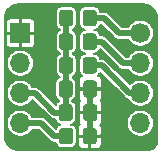
<source format=gbr>
%TF.GenerationSoftware,KiCad,Pcbnew,(5.1.10)-1*%
%TF.CreationDate,2021-11-22T19:14:46+01:00*%
%TF.ProjectId,Adapter-VCNL4200,41646170-7465-4722-9d56-434e4c343230,rev?*%
%TF.SameCoordinates,Original*%
%TF.FileFunction,Copper,L2,Bot*%
%TF.FilePolarity,Positive*%
%FSLAX46Y46*%
G04 Gerber Fmt 4.6, Leading zero omitted, Abs format (unit mm)*
G04 Created by KiCad (PCBNEW (5.1.10)-1) date 2021-11-22 19:14:46*
%MOMM*%
%LPD*%
G01*
G04 APERTURE LIST*
%TA.AperFunction,ComponentPad*%
%ADD10O,1.700000X1.700000*%
%TD*%
%TA.AperFunction,ComponentPad*%
%ADD11C,1.700000*%
%TD*%
%TA.AperFunction,ComponentPad*%
%ADD12R,1.700000X1.700000*%
%TD*%
%TA.AperFunction,Conductor*%
%ADD13C,0.500000*%
%TD*%
%TA.AperFunction,Conductor*%
%ADD14C,0.200000*%
%TD*%
%TA.AperFunction,Conductor*%
%ADD15C,0.100000*%
%TD*%
G04 APERTURE END LIST*
%TO.P,R4,2*%
%TO.N,GND*%
%TA.AperFunction,SMDPad,CuDef*%
G36*
G01*
X156400000Y-137450001D02*
X156400000Y-136549999D01*
G75*
G02*
X156649999Y-136300000I249999J0D01*
G01*
X157350001Y-136300000D01*
G75*
G02*
X157600000Y-136549999I0J-249999D01*
G01*
X157600000Y-137450001D01*
G75*
G02*
X157350001Y-137700000I-249999J0D01*
G01*
X156649999Y-137700000D01*
G75*
G02*
X156400000Y-137450001I0J249999D01*
G01*
G37*
%TD.AperFunction*%
%TO.P,R4,1*%
%TO.N,/LED-*%
%TA.AperFunction,SMDPad,CuDef*%
G36*
G01*
X154400000Y-137450001D02*
X154400000Y-136549999D01*
G75*
G02*
X154649999Y-136300000I249999J0D01*
G01*
X155350001Y-136300000D01*
G75*
G02*
X155600000Y-136549999I0J-249999D01*
G01*
X155600000Y-137450001D01*
G75*
G02*
X155350001Y-137700000I-249999J0D01*
G01*
X154649999Y-137700000D01*
G75*
G02*
X154400000Y-137450001I0J249999D01*
G01*
G37*
%TD.AperFunction*%
%TD*%
%TO.P,R3,2*%
%TO.N,/INT*%
%TA.AperFunction,SMDPad,CuDef*%
G36*
G01*
X156400000Y-131450001D02*
X156400000Y-130549999D01*
G75*
G02*
X156649999Y-130300000I249999J0D01*
G01*
X157350001Y-130300000D01*
G75*
G02*
X157600000Y-130549999I0J-249999D01*
G01*
X157600000Y-131450001D01*
G75*
G02*
X157350001Y-131700000I-249999J0D01*
G01*
X156649999Y-131700000D01*
G75*
G02*
X156400000Y-131450001I0J249999D01*
G01*
G37*
%TD.AperFunction*%
%TO.P,R3,1*%
%TO.N,VCC*%
%TA.AperFunction,SMDPad,CuDef*%
G36*
G01*
X154400000Y-131450001D02*
X154400000Y-130549999D01*
G75*
G02*
X154649999Y-130300000I249999J0D01*
G01*
X155350001Y-130300000D01*
G75*
G02*
X155600000Y-130549999I0J-249999D01*
G01*
X155600000Y-131450001D01*
G75*
G02*
X155350001Y-131700000I-249999J0D01*
G01*
X154649999Y-131700000D01*
G75*
G02*
X154400000Y-131450001I0J249999D01*
G01*
G37*
%TD.AperFunction*%
%TD*%
%TO.P,R2,2*%
%TO.N,/SDAT*%
%TA.AperFunction,SMDPad,CuDef*%
G36*
G01*
X156400000Y-129450001D02*
X156400000Y-128549999D01*
G75*
G02*
X156649999Y-128300000I249999J0D01*
G01*
X157350001Y-128300000D01*
G75*
G02*
X157600000Y-128549999I0J-249999D01*
G01*
X157600000Y-129450001D01*
G75*
G02*
X157350001Y-129700000I-249999J0D01*
G01*
X156649999Y-129700000D01*
G75*
G02*
X156400000Y-129450001I0J249999D01*
G01*
G37*
%TD.AperFunction*%
%TO.P,R2,1*%
%TO.N,VCC*%
%TA.AperFunction,SMDPad,CuDef*%
G36*
G01*
X154400000Y-129450001D02*
X154400000Y-128549999D01*
G75*
G02*
X154649999Y-128300000I249999J0D01*
G01*
X155350001Y-128300000D01*
G75*
G02*
X155600000Y-128549999I0J-249999D01*
G01*
X155600000Y-129450001D01*
G75*
G02*
X155350001Y-129700000I-249999J0D01*
G01*
X154649999Y-129700000D01*
G75*
G02*
X154400000Y-129450001I0J249999D01*
G01*
G37*
%TD.AperFunction*%
%TD*%
%TO.P,R1,2*%
%TO.N,/SCLK*%
%TA.AperFunction,SMDPad,CuDef*%
G36*
G01*
X156400000Y-127450001D02*
X156400000Y-126549999D01*
G75*
G02*
X156649999Y-126300000I249999J0D01*
G01*
X157350001Y-126300000D01*
G75*
G02*
X157600000Y-126549999I0J-249999D01*
G01*
X157600000Y-127450001D01*
G75*
G02*
X157350001Y-127700000I-249999J0D01*
G01*
X156649999Y-127700000D01*
G75*
G02*
X156400000Y-127450001I0J249999D01*
G01*
G37*
%TD.AperFunction*%
%TO.P,R1,1*%
%TO.N,VCC*%
%TA.AperFunction,SMDPad,CuDef*%
G36*
G01*
X154400000Y-127450001D02*
X154400000Y-126549999D01*
G75*
G02*
X154649999Y-126300000I249999J0D01*
G01*
X155350001Y-126300000D01*
G75*
G02*
X155600000Y-126549999I0J-249999D01*
G01*
X155600000Y-127450001D01*
G75*
G02*
X155350001Y-127700000I-249999J0D01*
G01*
X154649999Y-127700000D01*
G75*
G02*
X154400000Y-127450001I0J249999D01*
G01*
G37*
%TD.AperFunction*%
%TD*%
D10*
%TO.P,J2,4*%
%TO.N,/LED+*%
X161290000Y-135890000D03*
%TO.P,J2,3*%
%TO.N,/INT*%
X161290000Y-133350000D03*
%TO.P,J2,2*%
%TO.N,/SDAT*%
X161290000Y-130810000D03*
D11*
%TO.P,J2,1*%
%TO.N,/SCLK*%
X161290000Y-128270000D03*
%TD*%
D10*
%TO.P,J1,4*%
%TO.N,/LED-*%
X151130000Y-135890000D03*
%TO.P,J1,3*%
%TO.N,VCC*%
X151130000Y-133350000D03*
%TO.P,J1,2*%
%TO.N,/LED_CATHODE*%
X151130000Y-130810000D03*
D12*
%TO.P,J1,1*%
%TO.N,GND*%
X151130000Y-128270000D03*
%TD*%
%TO.P,C2,2*%
%TO.N,GND*%
%TA.AperFunction,SMDPad,CuDef*%
G36*
G01*
X156450000Y-133475000D02*
X156450000Y-132525000D01*
G75*
G02*
X156700000Y-132275000I250000J0D01*
G01*
X157375000Y-132275000D01*
G75*
G02*
X157625000Y-132525000I0J-250000D01*
G01*
X157625000Y-133475000D01*
G75*
G02*
X157375000Y-133725000I-250000J0D01*
G01*
X156700000Y-133725000D01*
G75*
G02*
X156450000Y-133475000I0J250000D01*
G01*
G37*
%TD.AperFunction*%
%TO.P,C2,1*%
%TO.N,VCC*%
%TA.AperFunction,SMDPad,CuDef*%
G36*
G01*
X154375000Y-133475000D02*
X154375000Y-132525000D01*
G75*
G02*
X154625000Y-132275000I250000J0D01*
G01*
X155300000Y-132275000D01*
G75*
G02*
X155550000Y-132525000I0J-250000D01*
G01*
X155550000Y-133475000D01*
G75*
G02*
X155300000Y-133725000I-250000J0D01*
G01*
X154625000Y-133725000D01*
G75*
G02*
X154375000Y-133475000I0J250000D01*
G01*
G37*
%TD.AperFunction*%
%TD*%
%TO.P,C1,2*%
%TO.N,GND*%
%TA.AperFunction,SMDPad,CuDef*%
G36*
G01*
X156450000Y-135475000D02*
X156450000Y-134525000D01*
G75*
G02*
X156700000Y-134275000I250000J0D01*
G01*
X157375000Y-134275000D01*
G75*
G02*
X157625000Y-134525000I0J-250000D01*
G01*
X157625000Y-135475000D01*
G75*
G02*
X157375000Y-135725000I-250000J0D01*
G01*
X156700000Y-135725000D01*
G75*
G02*
X156450000Y-135475000I0J250000D01*
G01*
G37*
%TD.AperFunction*%
%TO.P,C1,1*%
%TO.N,VCC*%
%TA.AperFunction,SMDPad,CuDef*%
G36*
G01*
X154375000Y-135475000D02*
X154375000Y-134525000D01*
G75*
G02*
X154625000Y-134275000I250000J0D01*
G01*
X155300000Y-134275000D01*
G75*
G02*
X155550000Y-134525000I0J-250000D01*
G01*
X155550000Y-135475000D01*
G75*
G02*
X155300000Y-135725000I-250000J0D01*
G01*
X154625000Y-135725000D01*
G75*
G02*
X154375000Y-135475000I0J250000D01*
G01*
G37*
%TD.AperFunction*%
%TD*%
D13*
%TO.N,GND*%
X157037500Y-136962500D02*
X157000000Y-137000000D01*
X157037500Y-133000000D02*
X157037500Y-136962500D01*
%TO.N,VCC*%
X154962500Y-135000000D02*
X154962500Y-133000000D01*
X155000000Y-132962500D02*
X154962500Y-133000000D01*
X155000000Y-131000000D02*
X155000000Y-132962500D01*
X155000000Y-129000000D02*
X155000000Y-131000000D01*
X155000000Y-129000000D02*
X155000000Y-127000000D01*
X151130000Y-133350000D02*
X152350000Y-133350000D01*
X152350000Y-133350000D02*
X154000000Y-135000000D01*
X154000000Y-135000000D02*
X154962500Y-135000000D01*
%TO.N,/INT*%
X160350000Y-133350000D02*
X161290000Y-133350000D01*
X158000000Y-131000000D02*
X160350000Y-133350000D01*
X157000000Y-131000000D02*
X158000000Y-131000000D01*
%TO.N,/SDAT*%
X157000000Y-129000000D02*
X158000000Y-129000000D01*
X159810000Y-130810000D02*
X161290000Y-130810000D01*
X158000000Y-129000000D02*
X159810000Y-130810000D01*
%TO.N,/SCLK*%
X157000000Y-127000000D02*
X158200000Y-127000000D01*
X159470000Y-128270000D02*
X161290000Y-128270000D01*
X158200000Y-127000000D02*
X159470000Y-128270000D01*
%TO.N,/LED-*%
X151130000Y-135890000D02*
X152890000Y-135890000D01*
X152890000Y-135890000D02*
X154000000Y-137000000D01*
X155000000Y-137000000D02*
X154000000Y-137000000D01*
%TD*%
D14*
%TO.N,GND*%
X161727922Y-125848906D02*
X161947165Y-125915100D01*
X162149370Y-126022614D01*
X162326847Y-126167361D01*
X162472829Y-126343824D01*
X162581754Y-126545276D01*
X162649474Y-126764047D01*
X162675000Y-127006915D01*
X162675001Y-137484094D01*
X162660616Y-137630805D01*
X162622627Y-137756629D01*
X162560924Y-137872675D01*
X162477853Y-137974531D01*
X162376586Y-138058307D01*
X162260973Y-138120819D01*
X162135410Y-138159687D01*
X161989716Y-138175000D01*
X151015896Y-138175000D01*
X150772078Y-138151094D01*
X150552834Y-138084900D01*
X150350630Y-137977386D01*
X150173153Y-137832639D01*
X150027170Y-137656176D01*
X149918247Y-137454727D01*
X149850526Y-137235958D01*
X149825000Y-136993085D01*
X149825000Y-133236735D01*
X149980000Y-133236735D01*
X149980000Y-133463265D01*
X150024194Y-133685443D01*
X150110884Y-133894729D01*
X150236737Y-134083082D01*
X150396918Y-134243263D01*
X150585271Y-134369116D01*
X150794557Y-134455806D01*
X151016735Y-134500000D01*
X151243265Y-134500000D01*
X151465443Y-134455806D01*
X151674729Y-134369116D01*
X151863082Y-134243263D01*
X152023263Y-134083082D01*
X152136217Y-133914034D01*
X153591992Y-135369810D01*
X153609210Y-135390790D01*
X153630190Y-135408008D01*
X153630195Y-135408013D01*
X153682097Y-135450607D01*
X153692958Y-135459521D01*
X153788506Y-135510592D01*
X153892181Y-135542042D01*
X153972982Y-135550000D01*
X153972991Y-135550000D01*
X153999999Y-135552660D01*
X154027007Y-135550000D01*
X154080936Y-135550000D01*
X154084145Y-135582583D01*
X154115526Y-135686031D01*
X154166485Y-135781370D01*
X154235065Y-135864935D01*
X154318630Y-135933515D01*
X154413969Y-135984474D01*
X154517417Y-136015855D01*
X154519591Y-136016069D01*
X154438968Y-136040526D01*
X154343630Y-136091485D01*
X154260065Y-136160065D01*
X154191485Y-136243630D01*
X154140526Y-136338968D01*
X154135001Y-136357183D01*
X153298013Y-135520196D01*
X153280790Y-135499210D01*
X153197042Y-135430479D01*
X153101494Y-135379408D01*
X152997819Y-135347958D01*
X152917018Y-135340000D01*
X152917008Y-135340000D01*
X152890000Y-135337340D01*
X152862992Y-135340000D01*
X152145594Y-135340000D01*
X152023263Y-135156918D01*
X151863082Y-134996737D01*
X151674729Y-134870884D01*
X151465443Y-134784194D01*
X151243265Y-134740000D01*
X151016735Y-134740000D01*
X150794557Y-134784194D01*
X150585271Y-134870884D01*
X150396918Y-134996737D01*
X150236737Y-135156918D01*
X150110884Y-135345271D01*
X150024194Y-135554557D01*
X149980000Y-135776735D01*
X149980000Y-136003265D01*
X150024194Y-136225443D01*
X150110884Y-136434729D01*
X150236737Y-136623082D01*
X150396918Y-136783263D01*
X150585271Y-136909116D01*
X150794557Y-136995806D01*
X151016735Y-137040000D01*
X151243265Y-137040000D01*
X151465443Y-136995806D01*
X151674729Y-136909116D01*
X151863082Y-136783263D01*
X152023263Y-136623082D01*
X152145594Y-136440000D01*
X152662183Y-136440000D01*
X153591992Y-137369810D01*
X153609210Y-137390790D01*
X153630190Y-137408008D01*
X153630195Y-137408013D01*
X153692957Y-137459521D01*
X153709356Y-137468286D01*
X153788506Y-137510592D01*
X153892181Y-137542042D01*
X153972982Y-137550000D01*
X153972991Y-137550000D01*
X153999999Y-137552660D01*
X154027007Y-137550000D01*
X154108398Y-137550000D01*
X154109145Y-137557584D01*
X154140526Y-137661032D01*
X154191485Y-137756370D01*
X154260065Y-137839935D01*
X154343630Y-137908515D01*
X154438968Y-137959474D01*
X154542416Y-137990855D01*
X154649999Y-138001451D01*
X155350001Y-138001451D01*
X155457584Y-137990855D01*
X155561032Y-137959474D01*
X155656370Y-137908515D01*
X155739935Y-137839935D01*
X155808515Y-137756370D01*
X155838645Y-137700000D01*
X155998065Y-137700000D01*
X156005788Y-137778414D01*
X156028660Y-137853814D01*
X156065803Y-137923303D01*
X156115789Y-137984211D01*
X156176697Y-138034197D01*
X156246186Y-138071340D01*
X156321586Y-138094212D01*
X156400000Y-138101935D01*
X156850000Y-138100000D01*
X156950000Y-138000000D01*
X156950000Y-137050000D01*
X157050000Y-137050000D01*
X157050000Y-138000000D01*
X157150000Y-138100000D01*
X157600000Y-138101935D01*
X157678414Y-138094212D01*
X157753814Y-138071340D01*
X157823303Y-138034197D01*
X157884211Y-137984211D01*
X157934197Y-137923303D01*
X157971340Y-137853814D01*
X157994212Y-137778414D01*
X158001935Y-137700000D01*
X158000000Y-137150000D01*
X157900000Y-137050000D01*
X157050000Y-137050000D01*
X156950000Y-137050000D01*
X156100000Y-137050000D01*
X156000000Y-137150000D01*
X155998065Y-137700000D01*
X155838645Y-137700000D01*
X155859474Y-137661032D01*
X155890855Y-137557584D01*
X155901451Y-137450001D01*
X155901451Y-136549999D01*
X155890855Y-136442416D01*
X155859474Y-136338968D01*
X155838646Y-136300000D01*
X155998065Y-136300000D01*
X156000000Y-136850000D01*
X156100000Y-136950000D01*
X156950000Y-136950000D01*
X156950000Y-136062500D01*
X156987500Y-136025000D01*
X156987500Y-136000000D01*
X157050000Y-136000000D01*
X157050000Y-136950000D01*
X157900000Y-136950000D01*
X158000000Y-136850000D01*
X158001935Y-136300000D01*
X157994212Y-136221586D01*
X157971340Y-136146186D01*
X157934197Y-136076697D01*
X157891047Y-136024118D01*
X157909211Y-136009211D01*
X157959197Y-135948303D01*
X157996340Y-135878814D01*
X158019212Y-135803414D01*
X158021839Y-135776735D01*
X160140000Y-135776735D01*
X160140000Y-136003265D01*
X160184194Y-136225443D01*
X160270884Y-136434729D01*
X160396737Y-136623082D01*
X160556918Y-136783263D01*
X160745271Y-136909116D01*
X160954557Y-136995806D01*
X161176735Y-137040000D01*
X161403265Y-137040000D01*
X161625443Y-136995806D01*
X161834729Y-136909116D01*
X162023082Y-136783263D01*
X162183263Y-136623082D01*
X162309116Y-136434729D01*
X162395806Y-136225443D01*
X162440000Y-136003265D01*
X162440000Y-135776735D01*
X162395806Y-135554557D01*
X162309116Y-135345271D01*
X162183263Y-135156918D01*
X162023082Y-134996737D01*
X161834729Y-134870884D01*
X161625443Y-134784194D01*
X161403265Y-134740000D01*
X161176735Y-134740000D01*
X160954557Y-134784194D01*
X160745271Y-134870884D01*
X160556918Y-134996737D01*
X160396737Y-135156918D01*
X160270884Y-135345271D01*
X160184194Y-135554557D01*
X160140000Y-135776735D01*
X158021839Y-135776735D01*
X158026935Y-135725000D01*
X158025000Y-135150000D01*
X157925000Y-135050000D01*
X157087500Y-135050000D01*
X157087500Y-135962500D01*
X157050000Y-136000000D01*
X156987500Y-136000000D01*
X156987500Y-135050000D01*
X156150000Y-135050000D01*
X156050000Y-135150000D01*
X156048065Y-135725000D01*
X156055788Y-135803414D01*
X156078660Y-135878814D01*
X156115803Y-135948303D01*
X156148892Y-135988622D01*
X156115789Y-136015789D01*
X156065803Y-136076697D01*
X156028660Y-136146186D01*
X156005788Y-136221586D01*
X155998065Y-136300000D01*
X155838646Y-136300000D01*
X155808515Y-136243630D01*
X155739935Y-136160065D01*
X155656370Y-136091485D01*
X155561032Y-136040526D01*
X155457584Y-136009145D01*
X155436536Y-136007072D01*
X155511031Y-135984474D01*
X155606370Y-135933515D01*
X155689935Y-135864935D01*
X155758515Y-135781370D01*
X155809474Y-135686031D01*
X155840855Y-135582583D01*
X155851451Y-135475000D01*
X155851451Y-134525000D01*
X155840855Y-134417417D01*
X155809474Y-134313969D01*
X155758515Y-134218630D01*
X155689935Y-134135065D01*
X155606370Y-134066485D01*
X155512500Y-134016311D01*
X155512500Y-133983689D01*
X155606370Y-133933515D01*
X155689935Y-133864935D01*
X155758515Y-133781370D01*
X155788644Y-133725000D01*
X156048065Y-133725000D01*
X156055788Y-133803414D01*
X156078660Y-133878814D01*
X156115803Y-133948303D01*
X156158230Y-134000000D01*
X156115803Y-134051697D01*
X156078660Y-134121186D01*
X156055788Y-134196586D01*
X156048065Y-134275000D01*
X156050000Y-134850000D01*
X156150000Y-134950000D01*
X156987500Y-134950000D01*
X156987500Y-133050000D01*
X157087500Y-133050000D01*
X157087500Y-134950000D01*
X157925000Y-134950000D01*
X158025000Y-134850000D01*
X158026935Y-134275000D01*
X158019212Y-134196586D01*
X157996340Y-134121186D01*
X157959197Y-134051697D01*
X157916770Y-134000000D01*
X157959197Y-133948303D01*
X157996340Y-133878814D01*
X158019212Y-133803414D01*
X158026935Y-133725000D01*
X158025000Y-133150000D01*
X157925000Y-133050000D01*
X157087500Y-133050000D01*
X156987500Y-133050000D01*
X156150000Y-133050000D01*
X156050000Y-133150000D01*
X156048065Y-133725000D01*
X155788644Y-133725000D01*
X155809474Y-133686031D01*
X155840855Y-133582583D01*
X155851451Y-133475000D01*
X155851451Y-132525000D01*
X155840855Y-132417417D01*
X155809474Y-132313969D01*
X155788645Y-132275000D01*
X156048065Y-132275000D01*
X156050000Y-132850000D01*
X156150000Y-132950000D01*
X156987500Y-132950000D01*
X156987500Y-132930000D01*
X157087500Y-132930000D01*
X157087500Y-132950000D01*
X157925000Y-132950000D01*
X158025000Y-132850000D01*
X158026935Y-132275000D01*
X158019212Y-132196586D01*
X157996340Y-132121186D01*
X157959197Y-132051697D01*
X157909211Y-131990789D01*
X157848303Y-131940803D01*
X157778814Y-131903660D01*
X157703414Y-131880788D01*
X157691576Y-131879622D01*
X157739935Y-131839935D01*
X157808515Y-131756370D01*
X157859474Y-131661032D01*
X157865000Y-131642817D01*
X159941992Y-133719810D01*
X159959210Y-133740790D01*
X159980190Y-133758008D01*
X159980195Y-133758013D01*
X160008656Y-133781370D01*
X160042958Y-133809521D01*
X160138506Y-133860592D01*
X160242181Y-133892042D01*
X160270984Y-133894879D01*
X160396737Y-134083082D01*
X160556918Y-134243263D01*
X160745271Y-134369116D01*
X160954557Y-134455806D01*
X161176735Y-134500000D01*
X161403265Y-134500000D01*
X161625443Y-134455806D01*
X161834729Y-134369116D01*
X162023082Y-134243263D01*
X162183263Y-134083082D01*
X162309116Y-133894729D01*
X162395806Y-133685443D01*
X162440000Y-133463265D01*
X162440000Y-133236735D01*
X162395806Y-133014557D01*
X162309116Y-132805271D01*
X162183263Y-132616918D01*
X162023082Y-132456737D01*
X161834729Y-132330884D01*
X161625443Y-132244194D01*
X161403265Y-132200000D01*
X161176735Y-132200000D01*
X160954557Y-132244194D01*
X160745271Y-132330884D01*
X160556918Y-132456737D01*
X160396737Y-132616918D01*
X160395935Y-132618118D01*
X158408013Y-130630196D01*
X158390790Y-130609210D01*
X158307042Y-130540479D01*
X158211494Y-130489408D01*
X158107819Y-130457958D01*
X158027018Y-130450000D01*
X158027008Y-130450000D01*
X158000000Y-130447340D01*
X157972992Y-130450000D01*
X157891602Y-130450000D01*
X157890855Y-130442416D01*
X157859474Y-130338968D01*
X157808515Y-130243630D01*
X157739935Y-130160065D01*
X157656370Y-130091485D01*
X157561032Y-130040526D01*
X157457584Y-130009145D01*
X157364733Y-130000000D01*
X157457584Y-129990855D01*
X157561032Y-129959474D01*
X157656370Y-129908515D01*
X157739935Y-129839935D01*
X157808515Y-129756370D01*
X157859474Y-129661032D01*
X157865000Y-129642817D01*
X159401987Y-131179804D01*
X159419210Y-131200790D01*
X159502958Y-131269521D01*
X159598506Y-131320592D01*
X159702181Y-131352042D01*
X159782982Y-131360000D01*
X159782989Y-131360000D01*
X159810000Y-131362660D01*
X159837011Y-131360000D01*
X160274406Y-131360000D01*
X160396737Y-131543082D01*
X160556918Y-131703263D01*
X160745271Y-131829116D01*
X160954557Y-131915806D01*
X161176735Y-131960000D01*
X161403265Y-131960000D01*
X161625443Y-131915806D01*
X161834729Y-131829116D01*
X162023082Y-131703263D01*
X162183263Y-131543082D01*
X162309116Y-131354729D01*
X162395806Y-131145443D01*
X162440000Y-130923265D01*
X162440000Y-130696735D01*
X162395806Y-130474557D01*
X162309116Y-130265271D01*
X162183263Y-130076918D01*
X162023082Y-129916737D01*
X161834729Y-129790884D01*
X161625443Y-129704194D01*
X161403265Y-129660000D01*
X161176735Y-129660000D01*
X160954557Y-129704194D01*
X160745271Y-129790884D01*
X160556918Y-129916737D01*
X160396737Y-130076918D01*
X160274406Y-130260000D01*
X160037817Y-130260000D01*
X158408013Y-128630196D01*
X158390790Y-128609210D01*
X158307042Y-128540479D01*
X158211494Y-128489408D01*
X158107819Y-128457958D01*
X158027018Y-128450000D01*
X158027008Y-128450000D01*
X158000000Y-128447340D01*
X157972992Y-128450000D01*
X157891602Y-128450000D01*
X157890855Y-128442416D01*
X157859474Y-128338968D01*
X157808515Y-128243630D01*
X157739935Y-128160065D01*
X157656370Y-128091485D01*
X157561032Y-128040526D01*
X157457584Y-128009145D01*
X157364733Y-128000000D01*
X157457584Y-127990855D01*
X157561032Y-127959474D01*
X157656370Y-127908515D01*
X157739935Y-127839935D01*
X157808515Y-127756370D01*
X157859474Y-127661032D01*
X157890855Y-127557584D01*
X157891602Y-127550000D01*
X157972183Y-127550000D01*
X159061992Y-128639810D01*
X159079210Y-128660790D01*
X159100190Y-128678008D01*
X159100195Y-128678013D01*
X159118406Y-128692958D01*
X159162958Y-128729521D01*
X159258506Y-128780592D01*
X159362181Y-128812042D01*
X159442982Y-128820000D01*
X159442991Y-128820000D01*
X159469999Y-128822660D01*
X159497007Y-128820000D01*
X160274406Y-128820000D01*
X160396737Y-129003082D01*
X160556918Y-129163263D01*
X160745271Y-129289116D01*
X160954557Y-129375806D01*
X161176735Y-129420000D01*
X161403265Y-129420000D01*
X161625443Y-129375806D01*
X161834729Y-129289116D01*
X162023082Y-129163263D01*
X162183263Y-129003082D01*
X162309116Y-128814729D01*
X162395806Y-128605443D01*
X162440000Y-128383265D01*
X162440000Y-128156735D01*
X162395806Y-127934557D01*
X162309116Y-127725271D01*
X162183263Y-127536918D01*
X162023082Y-127376737D01*
X161834729Y-127250884D01*
X161625443Y-127164194D01*
X161403265Y-127120000D01*
X161176735Y-127120000D01*
X160954557Y-127164194D01*
X160745271Y-127250884D01*
X160556918Y-127376737D01*
X160396737Y-127536918D01*
X160274406Y-127720000D01*
X159697818Y-127720000D01*
X158608013Y-126630196D01*
X158590790Y-126609210D01*
X158507042Y-126540479D01*
X158411494Y-126489408D01*
X158307819Y-126457958D01*
X158227018Y-126450000D01*
X158227008Y-126450000D01*
X158200000Y-126447340D01*
X158172992Y-126450000D01*
X157891602Y-126450000D01*
X157890855Y-126442416D01*
X157859474Y-126338968D01*
X157808515Y-126243630D01*
X157739935Y-126160065D01*
X157656370Y-126091485D01*
X157561032Y-126040526D01*
X157457584Y-126009145D01*
X157350001Y-125998549D01*
X156649999Y-125998549D01*
X156542416Y-126009145D01*
X156438968Y-126040526D01*
X156343630Y-126091485D01*
X156260065Y-126160065D01*
X156191485Y-126243630D01*
X156140526Y-126338968D01*
X156109145Y-126442416D01*
X156098549Y-126549999D01*
X156098549Y-127450001D01*
X156109145Y-127557584D01*
X156140526Y-127661032D01*
X156191485Y-127756370D01*
X156260065Y-127839935D01*
X156343630Y-127908515D01*
X156438968Y-127959474D01*
X156542416Y-127990855D01*
X156635267Y-128000000D01*
X156542416Y-128009145D01*
X156438968Y-128040526D01*
X156343630Y-128091485D01*
X156260065Y-128160065D01*
X156191485Y-128243630D01*
X156140526Y-128338968D01*
X156109145Y-128442416D01*
X156098549Y-128549999D01*
X156098549Y-129450001D01*
X156109145Y-129557584D01*
X156140526Y-129661032D01*
X156191485Y-129756370D01*
X156260065Y-129839935D01*
X156343630Y-129908515D01*
X156438968Y-129959474D01*
X156542416Y-129990855D01*
X156635267Y-130000000D01*
X156542416Y-130009145D01*
X156438968Y-130040526D01*
X156343630Y-130091485D01*
X156260065Y-130160065D01*
X156191485Y-130243630D01*
X156140526Y-130338968D01*
X156109145Y-130442416D01*
X156098549Y-130549999D01*
X156098549Y-131450001D01*
X156109145Y-131557584D01*
X156140526Y-131661032D01*
X156191485Y-131756370D01*
X156260065Y-131839935D01*
X156326507Y-131894462D01*
X156296186Y-131903660D01*
X156226697Y-131940803D01*
X156165789Y-131990789D01*
X156115803Y-132051697D01*
X156078660Y-132121186D01*
X156055788Y-132196586D01*
X156048065Y-132275000D01*
X155788645Y-132275000D01*
X155758515Y-132218630D01*
X155689935Y-132135065D01*
X155606370Y-132066485D01*
X155550000Y-132036355D01*
X155550000Y-131962821D01*
X155561032Y-131959474D01*
X155656370Y-131908515D01*
X155739935Y-131839935D01*
X155808515Y-131756370D01*
X155859474Y-131661032D01*
X155890855Y-131557584D01*
X155901451Y-131450001D01*
X155901451Y-130549999D01*
X155890855Y-130442416D01*
X155859474Y-130338968D01*
X155808515Y-130243630D01*
X155739935Y-130160065D01*
X155656370Y-130091485D01*
X155561032Y-130040526D01*
X155550000Y-130037179D01*
X155550000Y-129962821D01*
X155561032Y-129959474D01*
X155656370Y-129908515D01*
X155739935Y-129839935D01*
X155808515Y-129756370D01*
X155859474Y-129661032D01*
X155890855Y-129557584D01*
X155901451Y-129450001D01*
X155901451Y-128549999D01*
X155890855Y-128442416D01*
X155859474Y-128338968D01*
X155808515Y-128243630D01*
X155739935Y-128160065D01*
X155656370Y-128091485D01*
X155561032Y-128040526D01*
X155550000Y-128037179D01*
X155550000Y-127962821D01*
X155561032Y-127959474D01*
X155656370Y-127908515D01*
X155739935Y-127839935D01*
X155808515Y-127756370D01*
X155859474Y-127661032D01*
X155890855Y-127557584D01*
X155901451Y-127450001D01*
X155901451Y-126549999D01*
X155890855Y-126442416D01*
X155859474Y-126338968D01*
X155808515Y-126243630D01*
X155739935Y-126160065D01*
X155656370Y-126091485D01*
X155561032Y-126040526D01*
X155457584Y-126009145D01*
X155350001Y-125998549D01*
X154649999Y-125998549D01*
X154542416Y-126009145D01*
X154438968Y-126040526D01*
X154343630Y-126091485D01*
X154260065Y-126160065D01*
X154191485Y-126243630D01*
X154140526Y-126338968D01*
X154109145Y-126442416D01*
X154098549Y-126549999D01*
X154098549Y-127450001D01*
X154109145Y-127557584D01*
X154140526Y-127661032D01*
X154191485Y-127756370D01*
X154260065Y-127839935D01*
X154343630Y-127908515D01*
X154438968Y-127959474D01*
X154450001Y-127962821D01*
X154450000Y-128037179D01*
X154438968Y-128040526D01*
X154343630Y-128091485D01*
X154260065Y-128160065D01*
X154191485Y-128243630D01*
X154140526Y-128338968D01*
X154109145Y-128442416D01*
X154098549Y-128549999D01*
X154098549Y-129450001D01*
X154109145Y-129557584D01*
X154140526Y-129661032D01*
X154191485Y-129756370D01*
X154260065Y-129839935D01*
X154343630Y-129908515D01*
X154438968Y-129959474D01*
X154450000Y-129962821D01*
X154450001Y-130037179D01*
X154438968Y-130040526D01*
X154343630Y-130091485D01*
X154260065Y-130160065D01*
X154191485Y-130243630D01*
X154140526Y-130338968D01*
X154109145Y-130442416D01*
X154098549Y-130549999D01*
X154098549Y-131450001D01*
X154109145Y-131557584D01*
X154140526Y-131661032D01*
X154191485Y-131756370D01*
X154260065Y-131839935D01*
X154343630Y-131908515D01*
X154438968Y-131959474D01*
X154450000Y-131962821D01*
X154450001Y-132004596D01*
X154413969Y-132015526D01*
X154318630Y-132066485D01*
X154235065Y-132135065D01*
X154166485Y-132218630D01*
X154115526Y-132313969D01*
X154084145Y-132417417D01*
X154073549Y-132525000D01*
X154073549Y-133475000D01*
X154084145Y-133582583D01*
X154115526Y-133686031D01*
X154166485Y-133781370D01*
X154235065Y-133864935D01*
X154318630Y-133933515D01*
X154412501Y-133983689D01*
X154412500Y-134016311D01*
X154318630Y-134066485D01*
X154235065Y-134135065D01*
X154166485Y-134218630D01*
X154115526Y-134313969D01*
X154110001Y-134332183D01*
X152758012Y-132980195D01*
X152740790Y-132959210D01*
X152657042Y-132890479D01*
X152561494Y-132839408D01*
X152457819Y-132807958D01*
X152377018Y-132800000D01*
X152377008Y-132800000D01*
X152350000Y-132797340D01*
X152322992Y-132800000D01*
X152145594Y-132800000D01*
X152023263Y-132616918D01*
X151863082Y-132456737D01*
X151674729Y-132330884D01*
X151465443Y-132244194D01*
X151243265Y-132200000D01*
X151016735Y-132200000D01*
X150794557Y-132244194D01*
X150585271Y-132330884D01*
X150396918Y-132456737D01*
X150236737Y-132616918D01*
X150110884Y-132805271D01*
X150024194Y-133014557D01*
X149980000Y-133236735D01*
X149825000Y-133236735D01*
X149825000Y-130696735D01*
X149980000Y-130696735D01*
X149980000Y-130923265D01*
X150024194Y-131145443D01*
X150110884Y-131354729D01*
X150236737Y-131543082D01*
X150396918Y-131703263D01*
X150585271Y-131829116D01*
X150794557Y-131915806D01*
X151016735Y-131960000D01*
X151243265Y-131960000D01*
X151465443Y-131915806D01*
X151674729Y-131829116D01*
X151863082Y-131703263D01*
X152023263Y-131543082D01*
X152149116Y-131354729D01*
X152235806Y-131145443D01*
X152280000Y-130923265D01*
X152280000Y-130696735D01*
X152235806Y-130474557D01*
X152149116Y-130265271D01*
X152023263Y-130076918D01*
X151863082Y-129916737D01*
X151674729Y-129790884D01*
X151465443Y-129704194D01*
X151243265Y-129660000D01*
X151016735Y-129660000D01*
X150794557Y-129704194D01*
X150585271Y-129790884D01*
X150396918Y-129916737D01*
X150236737Y-130076918D01*
X150110884Y-130265271D01*
X150024194Y-130474557D01*
X149980000Y-130696735D01*
X149825000Y-130696735D01*
X149825000Y-129120000D01*
X149878065Y-129120000D01*
X149885788Y-129198414D01*
X149908660Y-129273814D01*
X149945803Y-129343303D01*
X149995789Y-129404211D01*
X150056697Y-129454197D01*
X150126186Y-129491340D01*
X150201586Y-129514212D01*
X150280000Y-129521935D01*
X150980000Y-129520000D01*
X151080000Y-129420000D01*
X151080000Y-128320000D01*
X151180000Y-128320000D01*
X151180000Y-129420000D01*
X151280000Y-129520000D01*
X151980000Y-129521935D01*
X152058414Y-129514212D01*
X152133814Y-129491340D01*
X152203303Y-129454197D01*
X152264211Y-129404211D01*
X152314197Y-129343303D01*
X152351340Y-129273814D01*
X152374212Y-129198414D01*
X152381935Y-129120000D01*
X152380000Y-128420000D01*
X152280000Y-128320000D01*
X151180000Y-128320000D01*
X151080000Y-128320000D01*
X149980000Y-128320000D01*
X149880000Y-128420000D01*
X149878065Y-129120000D01*
X149825000Y-129120000D01*
X149825000Y-127420000D01*
X149878065Y-127420000D01*
X149880000Y-128120000D01*
X149980000Y-128220000D01*
X151080000Y-128220000D01*
X151080000Y-127120000D01*
X151180000Y-127120000D01*
X151180000Y-128220000D01*
X152280000Y-128220000D01*
X152380000Y-128120000D01*
X152381935Y-127420000D01*
X152374212Y-127341586D01*
X152351340Y-127266186D01*
X152314197Y-127196697D01*
X152264211Y-127135789D01*
X152203303Y-127085803D01*
X152133814Y-127048660D01*
X152058414Y-127025788D01*
X151980000Y-127018065D01*
X151280000Y-127020000D01*
X151180000Y-127120000D01*
X151080000Y-127120000D01*
X150980000Y-127020000D01*
X150280000Y-127018065D01*
X150201586Y-127025788D01*
X150126186Y-127048660D01*
X150056697Y-127085803D01*
X149995789Y-127135789D01*
X149945803Y-127196697D01*
X149908660Y-127266186D01*
X149885788Y-127341586D01*
X149878065Y-127420000D01*
X149825000Y-127420000D01*
X149825000Y-127015896D01*
X149848906Y-126772078D01*
X149915100Y-126552835D01*
X150022614Y-126350630D01*
X150167361Y-126173153D01*
X150343824Y-126027171D01*
X150545276Y-125918246D01*
X150764047Y-125850526D01*
X151006915Y-125825000D01*
X161484104Y-125825000D01*
X161727922Y-125848906D01*
%TA.AperFunction,Conductor*%
D15*
G36*
X161727922Y-125848906D02*
G01*
X161947165Y-125915100D01*
X162149370Y-126022614D01*
X162326847Y-126167361D01*
X162472829Y-126343824D01*
X162581754Y-126545276D01*
X162649474Y-126764047D01*
X162675000Y-127006915D01*
X162675001Y-137484094D01*
X162660616Y-137630805D01*
X162622627Y-137756629D01*
X162560924Y-137872675D01*
X162477853Y-137974531D01*
X162376586Y-138058307D01*
X162260973Y-138120819D01*
X162135410Y-138159687D01*
X161989716Y-138175000D01*
X151015896Y-138175000D01*
X150772078Y-138151094D01*
X150552834Y-138084900D01*
X150350630Y-137977386D01*
X150173153Y-137832639D01*
X150027170Y-137656176D01*
X149918247Y-137454727D01*
X149850526Y-137235958D01*
X149825000Y-136993085D01*
X149825000Y-133236735D01*
X149980000Y-133236735D01*
X149980000Y-133463265D01*
X150024194Y-133685443D01*
X150110884Y-133894729D01*
X150236737Y-134083082D01*
X150396918Y-134243263D01*
X150585271Y-134369116D01*
X150794557Y-134455806D01*
X151016735Y-134500000D01*
X151243265Y-134500000D01*
X151465443Y-134455806D01*
X151674729Y-134369116D01*
X151863082Y-134243263D01*
X152023263Y-134083082D01*
X152136217Y-133914034D01*
X153591992Y-135369810D01*
X153609210Y-135390790D01*
X153630190Y-135408008D01*
X153630195Y-135408013D01*
X153682097Y-135450607D01*
X153692958Y-135459521D01*
X153788506Y-135510592D01*
X153892181Y-135542042D01*
X153972982Y-135550000D01*
X153972991Y-135550000D01*
X153999999Y-135552660D01*
X154027007Y-135550000D01*
X154080936Y-135550000D01*
X154084145Y-135582583D01*
X154115526Y-135686031D01*
X154166485Y-135781370D01*
X154235065Y-135864935D01*
X154318630Y-135933515D01*
X154413969Y-135984474D01*
X154517417Y-136015855D01*
X154519591Y-136016069D01*
X154438968Y-136040526D01*
X154343630Y-136091485D01*
X154260065Y-136160065D01*
X154191485Y-136243630D01*
X154140526Y-136338968D01*
X154135001Y-136357183D01*
X153298013Y-135520196D01*
X153280790Y-135499210D01*
X153197042Y-135430479D01*
X153101494Y-135379408D01*
X152997819Y-135347958D01*
X152917018Y-135340000D01*
X152917008Y-135340000D01*
X152890000Y-135337340D01*
X152862992Y-135340000D01*
X152145594Y-135340000D01*
X152023263Y-135156918D01*
X151863082Y-134996737D01*
X151674729Y-134870884D01*
X151465443Y-134784194D01*
X151243265Y-134740000D01*
X151016735Y-134740000D01*
X150794557Y-134784194D01*
X150585271Y-134870884D01*
X150396918Y-134996737D01*
X150236737Y-135156918D01*
X150110884Y-135345271D01*
X150024194Y-135554557D01*
X149980000Y-135776735D01*
X149980000Y-136003265D01*
X150024194Y-136225443D01*
X150110884Y-136434729D01*
X150236737Y-136623082D01*
X150396918Y-136783263D01*
X150585271Y-136909116D01*
X150794557Y-136995806D01*
X151016735Y-137040000D01*
X151243265Y-137040000D01*
X151465443Y-136995806D01*
X151674729Y-136909116D01*
X151863082Y-136783263D01*
X152023263Y-136623082D01*
X152145594Y-136440000D01*
X152662183Y-136440000D01*
X153591992Y-137369810D01*
X153609210Y-137390790D01*
X153630190Y-137408008D01*
X153630195Y-137408013D01*
X153692957Y-137459521D01*
X153709356Y-137468286D01*
X153788506Y-137510592D01*
X153892181Y-137542042D01*
X153972982Y-137550000D01*
X153972991Y-137550000D01*
X153999999Y-137552660D01*
X154027007Y-137550000D01*
X154108398Y-137550000D01*
X154109145Y-137557584D01*
X154140526Y-137661032D01*
X154191485Y-137756370D01*
X154260065Y-137839935D01*
X154343630Y-137908515D01*
X154438968Y-137959474D01*
X154542416Y-137990855D01*
X154649999Y-138001451D01*
X155350001Y-138001451D01*
X155457584Y-137990855D01*
X155561032Y-137959474D01*
X155656370Y-137908515D01*
X155739935Y-137839935D01*
X155808515Y-137756370D01*
X155838645Y-137700000D01*
X155998065Y-137700000D01*
X156005788Y-137778414D01*
X156028660Y-137853814D01*
X156065803Y-137923303D01*
X156115789Y-137984211D01*
X156176697Y-138034197D01*
X156246186Y-138071340D01*
X156321586Y-138094212D01*
X156400000Y-138101935D01*
X156850000Y-138100000D01*
X156950000Y-138000000D01*
X156950000Y-137050000D01*
X157050000Y-137050000D01*
X157050000Y-138000000D01*
X157150000Y-138100000D01*
X157600000Y-138101935D01*
X157678414Y-138094212D01*
X157753814Y-138071340D01*
X157823303Y-138034197D01*
X157884211Y-137984211D01*
X157934197Y-137923303D01*
X157971340Y-137853814D01*
X157994212Y-137778414D01*
X158001935Y-137700000D01*
X158000000Y-137150000D01*
X157900000Y-137050000D01*
X157050000Y-137050000D01*
X156950000Y-137050000D01*
X156100000Y-137050000D01*
X156000000Y-137150000D01*
X155998065Y-137700000D01*
X155838645Y-137700000D01*
X155859474Y-137661032D01*
X155890855Y-137557584D01*
X155901451Y-137450001D01*
X155901451Y-136549999D01*
X155890855Y-136442416D01*
X155859474Y-136338968D01*
X155838646Y-136300000D01*
X155998065Y-136300000D01*
X156000000Y-136850000D01*
X156100000Y-136950000D01*
X156950000Y-136950000D01*
X156950000Y-136062500D01*
X156987500Y-136025000D01*
X156987500Y-136000000D01*
X157050000Y-136000000D01*
X157050000Y-136950000D01*
X157900000Y-136950000D01*
X158000000Y-136850000D01*
X158001935Y-136300000D01*
X157994212Y-136221586D01*
X157971340Y-136146186D01*
X157934197Y-136076697D01*
X157891047Y-136024118D01*
X157909211Y-136009211D01*
X157959197Y-135948303D01*
X157996340Y-135878814D01*
X158019212Y-135803414D01*
X158021839Y-135776735D01*
X160140000Y-135776735D01*
X160140000Y-136003265D01*
X160184194Y-136225443D01*
X160270884Y-136434729D01*
X160396737Y-136623082D01*
X160556918Y-136783263D01*
X160745271Y-136909116D01*
X160954557Y-136995806D01*
X161176735Y-137040000D01*
X161403265Y-137040000D01*
X161625443Y-136995806D01*
X161834729Y-136909116D01*
X162023082Y-136783263D01*
X162183263Y-136623082D01*
X162309116Y-136434729D01*
X162395806Y-136225443D01*
X162440000Y-136003265D01*
X162440000Y-135776735D01*
X162395806Y-135554557D01*
X162309116Y-135345271D01*
X162183263Y-135156918D01*
X162023082Y-134996737D01*
X161834729Y-134870884D01*
X161625443Y-134784194D01*
X161403265Y-134740000D01*
X161176735Y-134740000D01*
X160954557Y-134784194D01*
X160745271Y-134870884D01*
X160556918Y-134996737D01*
X160396737Y-135156918D01*
X160270884Y-135345271D01*
X160184194Y-135554557D01*
X160140000Y-135776735D01*
X158021839Y-135776735D01*
X158026935Y-135725000D01*
X158025000Y-135150000D01*
X157925000Y-135050000D01*
X157087500Y-135050000D01*
X157087500Y-135962500D01*
X157050000Y-136000000D01*
X156987500Y-136000000D01*
X156987500Y-135050000D01*
X156150000Y-135050000D01*
X156050000Y-135150000D01*
X156048065Y-135725000D01*
X156055788Y-135803414D01*
X156078660Y-135878814D01*
X156115803Y-135948303D01*
X156148892Y-135988622D01*
X156115789Y-136015789D01*
X156065803Y-136076697D01*
X156028660Y-136146186D01*
X156005788Y-136221586D01*
X155998065Y-136300000D01*
X155838646Y-136300000D01*
X155808515Y-136243630D01*
X155739935Y-136160065D01*
X155656370Y-136091485D01*
X155561032Y-136040526D01*
X155457584Y-136009145D01*
X155436536Y-136007072D01*
X155511031Y-135984474D01*
X155606370Y-135933515D01*
X155689935Y-135864935D01*
X155758515Y-135781370D01*
X155809474Y-135686031D01*
X155840855Y-135582583D01*
X155851451Y-135475000D01*
X155851451Y-134525000D01*
X155840855Y-134417417D01*
X155809474Y-134313969D01*
X155758515Y-134218630D01*
X155689935Y-134135065D01*
X155606370Y-134066485D01*
X155512500Y-134016311D01*
X155512500Y-133983689D01*
X155606370Y-133933515D01*
X155689935Y-133864935D01*
X155758515Y-133781370D01*
X155788644Y-133725000D01*
X156048065Y-133725000D01*
X156055788Y-133803414D01*
X156078660Y-133878814D01*
X156115803Y-133948303D01*
X156158230Y-134000000D01*
X156115803Y-134051697D01*
X156078660Y-134121186D01*
X156055788Y-134196586D01*
X156048065Y-134275000D01*
X156050000Y-134850000D01*
X156150000Y-134950000D01*
X156987500Y-134950000D01*
X156987500Y-133050000D01*
X157087500Y-133050000D01*
X157087500Y-134950000D01*
X157925000Y-134950000D01*
X158025000Y-134850000D01*
X158026935Y-134275000D01*
X158019212Y-134196586D01*
X157996340Y-134121186D01*
X157959197Y-134051697D01*
X157916770Y-134000000D01*
X157959197Y-133948303D01*
X157996340Y-133878814D01*
X158019212Y-133803414D01*
X158026935Y-133725000D01*
X158025000Y-133150000D01*
X157925000Y-133050000D01*
X157087500Y-133050000D01*
X156987500Y-133050000D01*
X156150000Y-133050000D01*
X156050000Y-133150000D01*
X156048065Y-133725000D01*
X155788644Y-133725000D01*
X155809474Y-133686031D01*
X155840855Y-133582583D01*
X155851451Y-133475000D01*
X155851451Y-132525000D01*
X155840855Y-132417417D01*
X155809474Y-132313969D01*
X155788645Y-132275000D01*
X156048065Y-132275000D01*
X156050000Y-132850000D01*
X156150000Y-132950000D01*
X156987500Y-132950000D01*
X156987500Y-132930000D01*
X157087500Y-132930000D01*
X157087500Y-132950000D01*
X157925000Y-132950000D01*
X158025000Y-132850000D01*
X158026935Y-132275000D01*
X158019212Y-132196586D01*
X157996340Y-132121186D01*
X157959197Y-132051697D01*
X157909211Y-131990789D01*
X157848303Y-131940803D01*
X157778814Y-131903660D01*
X157703414Y-131880788D01*
X157691576Y-131879622D01*
X157739935Y-131839935D01*
X157808515Y-131756370D01*
X157859474Y-131661032D01*
X157865000Y-131642817D01*
X159941992Y-133719810D01*
X159959210Y-133740790D01*
X159980190Y-133758008D01*
X159980195Y-133758013D01*
X160008656Y-133781370D01*
X160042958Y-133809521D01*
X160138506Y-133860592D01*
X160242181Y-133892042D01*
X160270984Y-133894879D01*
X160396737Y-134083082D01*
X160556918Y-134243263D01*
X160745271Y-134369116D01*
X160954557Y-134455806D01*
X161176735Y-134500000D01*
X161403265Y-134500000D01*
X161625443Y-134455806D01*
X161834729Y-134369116D01*
X162023082Y-134243263D01*
X162183263Y-134083082D01*
X162309116Y-133894729D01*
X162395806Y-133685443D01*
X162440000Y-133463265D01*
X162440000Y-133236735D01*
X162395806Y-133014557D01*
X162309116Y-132805271D01*
X162183263Y-132616918D01*
X162023082Y-132456737D01*
X161834729Y-132330884D01*
X161625443Y-132244194D01*
X161403265Y-132200000D01*
X161176735Y-132200000D01*
X160954557Y-132244194D01*
X160745271Y-132330884D01*
X160556918Y-132456737D01*
X160396737Y-132616918D01*
X160395935Y-132618118D01*
X158408013Y-130630196D01*
X158390790Y-130609210D01*
X158307042Y-130540479D01*
X158211494Y-130489408D01*
X158107819Y-130457958D01*
X158027018Y-130450000D01*
X158027008Y-130450000D01*
X158000000Y-130447340D01*
X157972992Y-130450000D01*
X157891602Y-130450000D01*
X157890855Y-130442416D01*
X157859474Y-130338968D01*
X157808515Y-130243630D01*
X157739935Y-130160065D01*
X157656370Y-130091485D01*
X157561032Y-130040526D01*
X157457584Y-130009145D01*
X157364733Y-130000000D01*
X157457584Y-129990855D01*
X157561032Y-129959474D01*
X157656370Y-129908515D01*
X157739935Y-129839935D01*
X157808515Y-129756370D01*
X157859474Y-129661032D01*
X157865000Y-129642817D01*
X159401987Y-131179804D01*
X159419210Y-131200790D01*
X159502958Y-131269521D01*
X159598506Y-131320592D01*
X159702181Y-131352042D01*
X159782982Y-131360000D01*
X159782989Y-131360000D01*
X159810000Y-131362660D01*
X159837011Y-131360000D01*
X160274406Y-131360000D01*
X160396737Y-131543082D01*
X160556918Y-131703263D01*
X160745271Y-131829116D01*
X160954557Y-131915806D01*
X161176735Y-131960000D01*
X161403265Y-131960000D01*
X161625443Y-131915806D01*
X161834729Y-131829116D01*
X162023082Y-131703263D01*
X162183263Y-131543082D01*
X162309116Y-131354729D01*
X162395806Y-131145443D01*
X162440000Y-130923265D01*
X162440000Y-130696735D01*
X162395806Y-130474557D01*
X162309116Y-130265271D01*
X162183263Y-130076918D01*
X162023082Y-129916737D01*
X161834729Y-129790884D01*
X161625443Y-129704194D01*
X161403265Y-129660000D01*
X161176735Y-129660000D01*
X160954557Y-129704194D01*
X160745271Y-129790884D01*
X160556918Y-129916737D01*
X160396737Y-130076918D01*
X160274406Y-130260000D01*
X160037817Y-130260000D01*
X158408013Y-128630196D01*
X158390790Y-128609210D01*
X158307042Y-128540479D01*
X158211494Y-128489408D01*
X158107819Y-128457958D01*
X158027018Y-128450000D01*
X158027008Y-128450000D01*
X158000000Y-128447340D01*
X157972992Y-128450000D01*
X157891602Y-128450000D01*
X157890855Y-128442416D01*
X157859474Y-128338968D01*
X157808515Y-128243630D01*
X157739935Y-128160065D01*
X157656370Y-128091485D01*
X157561032Y-128040526D01*
X157457584Y-128009145D01*
X157364733Y-128000000D01*
X157457584Y-127990855D01*
X157561032Y-127959474D01*
X157656370Y-127908515D01*
X157739935Y-127839935D01*
X157808515Y-127756370D01*
X157859474Y-127661032D01*
X157890855Y-127557584D01*
X157891602Y-127550000D01*
X157972183Y-127550000D01*
X159061992Y-128639810D01*
X159079210Y-128660790D01*
X159100190Y-128678008D01*
X159100195Y-128678013D01*
X159118406Y-128692958D01*
X159162958Y-128729521D01*
X159258506Y-128780592D01*
X159362181Y-128812042D01*
X159442982Y-128820000D01*
X159442991Y-128820000D01*
X159469999Y-128822660D01*
X159497007Y-128820000D01*
X160274406Y-128820000D01*
X160396737Y-129003082D01*
X160556918Y-129163263D01*
X160745271Y-129289116D01*
X160954557Y-129375806D01*
X161176735Y-129420000D01*
X161403265Y-129420000D01*
X161625443Y-129375806D01*
X161834729Y-129289116D01*
X162023082Y-129163263D01*
X162183263Y-129003082D01*
X162309116Y-128814729D01*
X162395806Y-128605443D01*
X162440000Y-128383265D01*
X162440000Y-128156735D01*
X162395806Y-127934557D01*
X162309116Y-127725271D01*
X162183263Y-127536918D01*
X162023082Y-127376737D01*
X161834729Y-127250884D01*
X161625443Y-127164194D01*
X161403265Y-127120000D01*
X161176735Y-127120000D01*
X160954557Y-127164194D01*
X160745271Y-127250884D01*
X160556918Y-127376737D01*
X160396737Y-127536918D01*
X160274406Y-127720000D01*
X159697818Y-127720000D01*
X158608013Y-126630196D01*
X158590790Y-126609210D01*
X158507042Y-126540479D01*
X158411494Y-126489408D01*
X158307819Y-126457958D01*
X158227018Y-126450000D01*
X158227008Y-126450000D01*
X158200000Y-126447340D01*
X158172992Y-126450000D01*
X157891602Y-126450000D01*
X157890855Y-126442416D01*
X157859474Y-126338968D01*
X157808515Y-126243630D01*
X157739935Y-126160065D01*
X157656370Y-126091485D01*
X157561032Y-126040526D01*
X157457584Y-126009145D01*
X157350001Y-125998549D01*
X156649999Y-125998549D01*
X156542416Y-126009145D01*
X156438968Y-126040526D01*
X156343630Y-126091485D01*
X156260065Y-126160065D01*
X156191485Y-126243630D01*
X156140526Y-126338968D01*
X156109145Y-126442416D01*
X156098549Y-126549999D01*
X156098549Y-127450001D01*
X156109145Y-127557584D01*
X156140526Y-127661032D01*
X156191485Y-127756370D01*
X156260065Y-127839935D01*
X156343630Y-127908515D01*
X156438968Y-127959474D01*
X156542416Y-127990855D01*
X156635267Y-128000000D01*
X156542416Y-128009145D01*
X156438968Y-128040526D01*
X156343630Y-128091485D01*
X156260065Y-128160065D01*
X156191485Y-128243630D01*
X156140526Y-128338968D01*
X156109145Y-128442416D01*
X156098549Y-128549999D01*
X156098549Y-129450001D01*
X156109145Y-129557584D01*
X156140526Y-129661032D01*
X156191485Y-129756370D01*
X156260065Y-129839935D01*
X156343630Y-129908515D01*
X156438968Y-129959474D01*
X156542416Y-129990855D01*
X156635267Y-130000000D01*
X156542416Y-130009145D01*
X156438968Y-130040526D01*
X156343630Y-130091485D01*
X156260065Y-130160065D01*
X156191485Y-130243630D01*
X156140526Y-130338968D01*
X156109145Y-130442416D01*
X156098549Y-130549999D01*
X156098549Y-131450001D01*
X156109145Y-131557584D01*
X156140526Y-131661032D01*
X156191485Y-131756370D01*
X156260065Y-131839935D01*
X156326507Y-131894462D01*
X156296186Y-131903660D01*
X156226697Y-131940803D01*
X156165789Y-131990789D01*
X156115803Y-132051697D01*
X156078660Y-132121186D01*
X156055788Y-132196586D01*
X156048065Y-132275000D01*
X155788645Y-132275000D01*
X155758515Y-132218630D01*
X155689935Y-132135065D01*
X155606370Y-132066485D01*
X155550000Y-132036355D01*
X155550000Y-131962821D01*
X155561032Y-131959474D01*
X155656370Y-131908515D01*
X155739935Y-131839935D01*
X155808515Y-131756370D01*
X155859474Y-131661032D01*
X155890855Y-131557584D01*
X155901451Y-131450001D01*
X155901451Y-130549999D01*
X155890855Y-130442416D01*
X155859474Y-130338968D01*
X155808515Y-130243630D01*
X155739935Y-130160065D01*
X155656370Y-130091485D01*
X155561032Y-130040526D01*
X155550000Y-130037179D01*
X155550000Y-129962821D01*
X155561032Y-129959474D01*
X155656370Y-129908515D01*
X155739935Y-129839935D01*
X155808515Y-129756370D01*
X155859474Y-129661032D01*
X155890855Y-129557584D01*
X155901451Y-129450001D01*
X155901451Y-128549999D01*
X155890855Y-128442416D01*
X155859474Y-128338968D01*
X155808515Y-128243630D01*
X155739935Y-128160065D01*
X155656370Y-128091485D01*
X155561032Y-128040526D01*
X155550000Y-128037179D01*
X155550000Y-127962821D01*
X155561032Y-127959474D01*
X155656370Y-127908515D01*
X155739935Y-127839935D01*
X155808515Y-127756370D01*
X155859474Y-127661032D01*
X155890855Y-127557584D01*
X155901451Y-127450001D01*
X155901451Y-126549999D01*
X155890855Y-126442416D01*
X155859474Y-126338968D01*
X155808515Y-126243630D01*
X155739935Y-126160065D01*
X155656370Y-126091485D01*
X155561032Y-126040526D01*
X155457584Y-126009145D01*
X155350001Y-125998549D01*
X154649999Y-125998549D01*
X154542416Y-126009145D01*
X154438968Y-126040526D01*
X154343630Y-126091485D01*
X154260065Y-126160065D01*
X154191485Y-126243630D01*
X154140526Y-126338968D01*
X154109145Y-126442416D01*
X154098549Y-126549999D01*
X154098549Y-127450001D01*
X154109145Y-127557584D01*
X154140526Y-127661032D01*
X154191485Y-127756370D01*
X154260065Y-127839935D01*
X154343630Y-127908515D01*
X154438968Y-127959474D01*
X154450001Y-127962821D01*
X154450000Y-128037179D01*
X154438968Y-128040526D01*
X154343630Y-128091485D01*
X154260065Y-128160065D01*
X154191485Y-128243630D01*
X154140526Y-128338968D01*
X154109145Y-128442416D01*
X154098549Y-128549999D01*
X154098549Y-129450001D01*
X154109145Y-129557584D01*
X154140526Y-129661032D01*
X154191485Y-129756370D01*
X154260065Y-129839935D01*
X154343630Y-129908515D01*
X154438968Y-129959474D01*
X154450000Y-129962821D01*
X154450001Y-130037179D01*
X154438968Y-130040526D01*
X154343630Y-130091485D01*
X154260065Y-130160065D01*
X154191485Y-130243630D01*
X154140526Y-130338968D01*
X154109145Y-130442416D01*
X154098549Y-130549999D01*
X154098549Y-131450001D01*
X154109145Y-131557584D01*
X154140526Y-131661032D01*
X154191485Y-131756370D01*
X154260065Y-131839935D01*
X154343630Y-131908515D01*
X154438968Y-131959474D01*
X154450000Y-131962821D01*
X154450001Y-132004596D01*
X154413969Y-132015526D01*
X154318630Y-132066485D01*
X154235065Y-132135065D01*
X154166485Y-132218630D01*
X154115526Y-132313969D01*
X154084145Y-132417417D01*
X154073549Y-132525000D01*
X154073549Y-133475000D01*
X154084145Y-133582583D01*
X154115526Y-133686031D01*
X154166485Y-133781370D01*
X154235065Y-133864935D01*
X154318630Y-133933515D01*
X154412501Y-133983689D01*
X154412500Y-134016311D01*
X154318630Y-134066485D01*
X154235065Y-134135065D01*
X154166485Y-134218630D01*
X154115526Y-134313969D01*
X154110001Y-134332183D01*
X152758012Y-132980195D01*
X152740790Y-132959210D01*
X152657042Y-132890479D01*
X152561494Y-132839408D01*
X152457819Y-132807958D01*
X152377018Y-132800000D01*
X152377008Y-132800000D01*
X152350000Y-132797340D01*
X152322992Y-132800000D01*
X152145594Y-132800000D01*
X152023263Y-132616918D01*
X151863082Y-132456737D01*
X151674729Y-132330884D01*
X151465443Y-132244194D01*
X151243265Y-132200000D01*
X151016735Y-132200000D01*
X150794557Y-132244194D01*
X150585271Y-132330884D01*
X150396918Y-132456737D01*
X150236737Y-132616918D01*
X150110884Y-132805271D01*
X150024194Y-133014557D01*
X149980000Y-133236735D01*
X149825000Y-133236735D01*
X149825000Y-130696735D01*
X149980000Y-130696735D01*
X149980000Y-130923265D01*
X150024194Y-131145443D01*
X150110884Y-131354729D01*
X150236737Y-131543082D01*
X150396918Y-131703263D01*
X150585271Y-131829116D01*
X150794557Y-131915806D01*
X151016735Y-131960000D01*
X151243265Y-131960000D01*
X151465443Y-131915806D01*
X151674729Y-131829116D01*
X151863082Y-131703263D01*
X152023263Y-131543082D01*
X152149116Y-131354729D01*
X152235806Y-131145443D01*
X152280000Y-130923265D01*
X152280000Y-130696735D01*
X152235806Y-130474557D01*
X152149116Y-130265271D01*
X152023263Y-130076918D01*
X151863082Y-129916737D01*
X151674729Y-129790884D01*
X151465443Y-129704194D01*
X151243265Y-129660000D01*
X151016735Y-129660000D01*
X150794557Y-129704194D01*
X150585271Y-129790884D01*
X150396918Y-129916737D01*
X150236737Y-130076918D01*
X150110884Y-130265271D01*
X150024194Y-130474557D01*
X149980000Y-130696735D01*
X149825000Y-130696735D01*
X149825000Y-129120000D01*
X149878065Y-129120000D01*
X149885788Y-129198414D01*
X149908660Y-129273814D01*
X149945803Y-129343303D01*
X149995789Y-129404211D01*
X150056697Y-129454197D01*
X150126186Y-129491340D01*
X150201586Y-129514212D01*
X150280000Y-129521935D01*
X150980000Y-129520000D01*
X151080000Y-129420000D01*
X151080000Y-128320000D01*
X151180000Y-128320000D01*
X151180000Y-129420000D01*
X151280000Y-129520000D01*
X151980000Y-129521935D01*
X152058414Y-129514212D01*
X152133814Y-129491340D01*
X152203303Y-129454197D01*
X152264211Y-129404211D01*
X152314197Y-129343303D01*
X152351340Y-129273814D01*
X152374212Y-129198414D01*
X152381935Y-129120000D01*
X152380000Y-128420000D01*
X152280000Y-128320000D01*
X151180000Y-128320000D01*
X151080000Y-128320000D01*
X149980000Y-128320000D01*
X149880000Y-128420000D01*
X149878065Y-129120000D01*
X149825000Y-129120000D01*
X149825000Y-127420000D01*
X149878065Y-127420000D01*
X149880000Y-128120000D01*
X149980000Y-128220000D01*
X151080000Y-128220000D01*
X151080000Y-127120000D01*
X151180000Y-127120000D01*
X151180000Y-128220000D01*
X152280000Y-128220000D01*
X152380000Y-128120000D01*
X152381935Y-127420000D01*
X152374212Y-127341586D01*
X152351340Y-127266186D01*
X152314197Y-127196697D01*
X152264211Y-127135789D01*
X152203303Y-127085803D01*
X152133814Y-127048660D01*
X152058414Y-127025788D01*
X151980000Y-127018065D01*
X151280000Y-127020000D01*
X151180000Y-127120000D01*
X151080000Y-127120000D01*
X150980000Y-127020000D01*
X150280000Y-127018065D01*
X150201586Y-127025788D01*
X150126186Y-127048660D01*
X150056697Y-127085803D01*
X149995789Y-127135789D01*
X149945803Y-127196697D01*
X149908660Y-127266186D01*
X149885788Y-127341586D01*
X149878065Y-127420000D01*
X149825000Y-127420000D01*
X149825000Y-127015896D01*
X149848906Y-126772078D01*
X149915100Y-126552835D01*
X150022614Y-126350630D01*
X150167361Y-126173153D01*
X150343824Y-126027171D01*
X150545276Y-125918246D01*
X150764047Y-125850526D01*
X151006915Y-125825000D01*
X161484104Y-125825000D01*
X161727922Y-125848906D01*
G37*
%TD.AperFunction*%
%TD*%
M02*

</source>
